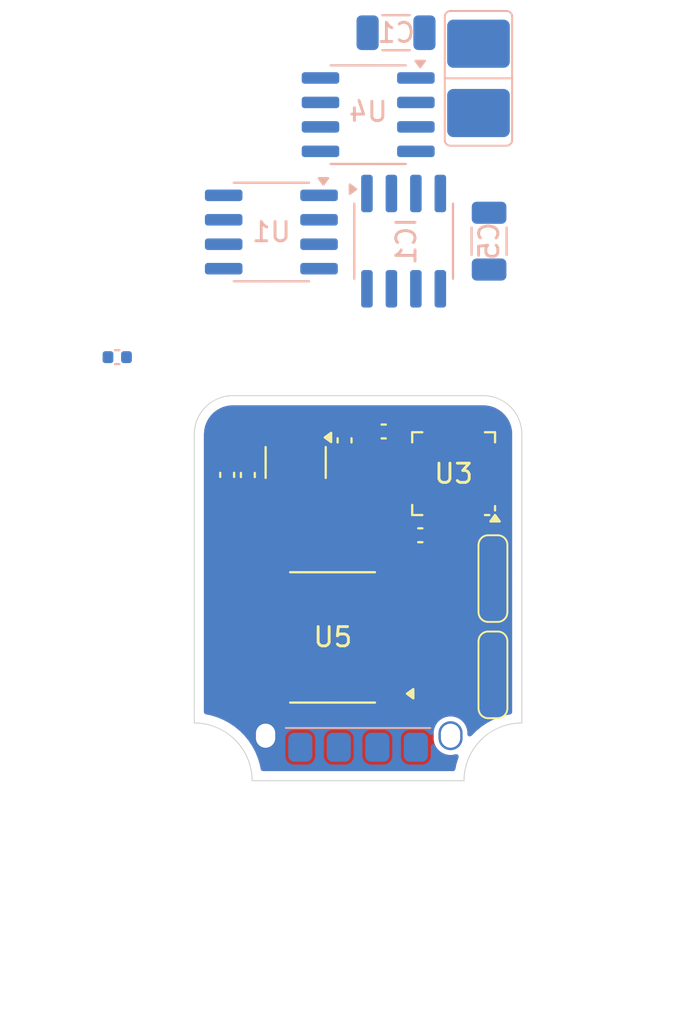
<source format=kicad_pcb>
(kicad_pcb (version 20240108) (generator "pcbnew") (generator_version "8.0")
  (layers (0 "F.Cu" signal) (31 "B.Cu" signal) (34 "B.Paste" user) (35 "F.Paste" user) (36 "B.SilkS" user "B.Silkscreen") (37 "F.SilkS" user "F.Silkscreen") (38 "B.Mask" user) (39 "F.Mask" user) (44 "Edge.Cuts" user))
  (net 0 "")
  (net 1 "GND")
  (net 3 "/INA")
  (net 4 "Net-(IC1-OUTB)")
  (net 5 "/INB")
  (net 6 "Net-(IC1-OUTA)")
  (net 8 "/SCL")
  (net 9 "/SDA")
  (net 10 "/SCK")
  (net 11 "/MISO")
  (net 14 "+3.3V")
  (net 15 "/CS")
  (net 16 "Net-(U4-FILTER)")
  (net 17 "Net-(IC1-VDD)")
  (net 18 "VCC")
  (net 19 "/ASEN")
  (net 20 "Net-(U2-BYP)")
  (net 21 "Net-(U2-INH)")
  (net 22 "/BSEN")
  (net 23 "/CSEN")
  (net 27 "/MOSI")
  (net 32 "Net-(U3-REGOUT)")
  (net 33 "Net-(U3-CPOUT)")
  (net 37 "/INT")
  (net 38 "/AUX_CL")
  (net 40 "/AUX_DA")
  (footprint "Package_SO:TSSOP-20_4.4x6.5mm_P0.65mm" (layer "F.Cu") (at 150.1775 101.555 180)
    (property "Reference" "U5" (at -0.0125 0.015 180) (layer "F.SilkS"))
    (property "Value" "ATtiny861A-X")
    (fp_line (start 0 3.385) (end 2.2 3.385) (stroke (width 0.12)) (layer "F.SilkS"))
    (fp_line (start 0 3.385) (end -2.2 3.385) (stroke (width 0.12)) (layer "F.SilkS"))
    (fp_line (start 0 -3.385) (end 2.2 -3.385) (stroke (width 0.12)) (layer "F.SilkS"))
    (fp_line (start 0 -3.385) (end -2.2 -3.385) (stroke (width 0.12)) (layer "F.SilkS"))
    (fp_poly (pts (xy -3.86 -2.925) (xy -4.19 -3.165) (xy -4.19 -2.685) (xy -3.86 -2.925)) (stroke (width 0.12)) (fill solid) (layer "F.SilkS"))
    (pad "1" smd roundrect (at -2.8625 -2.925 180) (size 1.475 0.4) (layers "F.Cu" "F.Paste" "F.Mask") (net 8 "/SCL"))
    (pad "2" smd roundrect (at -2.8625 -2.275 180) (size 1.475 0.4) (layers "F.Cu" "F.Paste" "F.Mask") (net 9 "/SDA"))
    (pad "3" smd roundrect (at -2.8625 -1.625 180) (size 1.475 0.4) (layers "F.Cu" "F.Paste" "F.Mask") (net 3 "/INA"))
    (pad "4" smd roundrect (at -2.8625 -0.975 180) (size 1.475 0.4) (layers "F.Cu" "F.Paste" "F.Mask") (net 5 "/INB"))
    (pad "5" smd roundrect (at -2.8625 -0.325 180) (size 1.475 0.4) (layers "F.Cu" "F.Paste" "F.Mask") (net 14 "+3.3V"))
    (pad "6" smd roundrect (at -2.8625 0.325 180) (size 1.475 0.4) (layers "F.Cu" "F.Paste" "F.Mask") (net 1 "GND"))
    (pad "7" smd roundrect (at -2.8625 0.975 180) (size 1.475 0.4) (layers "F.Cu" "F.Paste" "F.Mask") (net 19 "/ASEN"))
    (pad "8" smd roundrect (at -2.8625 1.625 180) (size 1.475 0.4) (layers "F.Cu" "F.Paste" "F.Mask") (net 23 "/CSEN"))
    (pad "9" smd roundrect (at -2.8625 2.275 180) (size 1.475 0.4) (layers "F.Cu" "F.Paste" "F.Mask") (net 22 "/BSEN"))
    (pad "10" smd roundrect (at -2.8625 2.925 180) (size 1.475 0.4) (layers "F.Cu" "F.Paste" "F.Mask"))
    (pad "11" smd roundrect (at 2.8625 2.925 180) (size 1.475 0.4) (layers "F.Cu" "F.Paste" "F.Mask"))
    (pad "12" smd roundrect (at 2.8625 2.275 180) (size 1.475 0.4) (layers "F.Cu" "F.Paste" "F.Mask"))
    (pad "13" smd roundrect (at 2.8625 1.625 180) (size 1.475 0.4) (layers "F.Cu" "F.Paste" "F.Mask"))
    (pad "14" smd roundrect (at 2.8625 0.975 180) (size 1.475 0.4) (layers "F.Cu" "F.Paste" "F.Mask") (net 15 "/CS"))
    (pad "15" smd roundrect (at 2.8625 0.325 180) (size 1.475 0.4) (layers "F.Cu" "F.Paste" "F.Mask"))
    (pad "16" smd roundrect (at 2.8625 -0.325 180) (size 1.475 0.4) (layers "F.Cu" "F.Paste" "F.Mask"))
    (pad "17" smd roundrect (at 2.8625 -0.975 180) (size 1.475 0.4) (layers "F.Cu" "F.Paste" "F.Mask") (net 10 "/SCK"))
    (pad "18" smd roundrect (at 2.8625 -1.625 180) (size 1.475 0.4) (layers "F.Cu" "F.Paste" "F.Mask") (net 11 "/MISO"))
    (pad "19" smd roundrect (at 2.8625 -2.275 180) (size 1.475 0.4) (layers "F.Cu" "F.Paste" "F.Mask") (net 27 "/MOSI"))
    (pad "20" smd roundrect (at 2.8625 -2.925 180) (size 1.475 0.4) (layers "F.Cu" "F.Paste" "F.Mask"))
  )
  (footprint "Capacitor_SMD:C_0402_1005Metric" (layer "F.Cu") (at 154.73 96.25 180)
    (property "Reference" "C8" (hide yes))
    (property "Value" "220pF" (hide yes))
    (fp_line (start -0.107836 0.36) (end 0.107836 0.36) (stroke (width 0.12)) (layer "F.SilkS"))
    (fp_line (start -0.107836 -0.36) (end 0.107836 -0.36) (stroke (width 0.12)) (layer "F.SilkS"))
    (pad "1" smd roundrect (at -0.48 0 180) (size 0.56 0.62) (layers "F.Cu" "F.Paste" "F.Mask") (net 33 "Net-(U3-CPOUT)"))
    (pad "2" smd roundrect (at 0.48 0 180) (size 0.56 0.62) (layers "F.Cu" "F.Paste" "F.Mask") (net 1 "GND"))
  )
  (footprint "Connector_MG_X:Connector_Sensor_Signal" (layer "F.Cu") (at 158.5 98.5 -90)
    (property "Reference" "J2" (hide yes))
    (property "Value" "Conn_01x03" (hide yes))
    (fp_line (start -1.75 0.75) (end 1.749999 0.75) (stroke (width 0.1)) (layer "F.SilkS"))
    (fp_line (start 2.25 -0.246447) (end 2.249999 0.246447) (stroke (width 0.1)) (layer "F.SilkS"))
    (fp_line (start -2.25 -0.25) (end -2.25 0.246447) (stroke (width 0.1)) (layer "F.SilkS"))
    (fp_line (start 1.749999 -0.75) (end -1.75 -0.75) (stroke (width 0.1)) (layer "F.SilkS"))
    (fp_arc (start -1.75 0.746447) (mid -2.103553 0.6) (end -2.25 0.246447) (stroke (width 0.1)) (layer "F.SilkS"))
    (fp_arc (start 2.249999 0.246447) (mid 2.103553 0.600002) (end 1.749999 0.746447) (stroke (width 0.1)) (layer "F.SilkS"))
    (fp_arc (start -2.25 -0.25) (mid -2.103553 -0.603553) (end -1.75 -0.75) (stroke (width 0.1)) (layer "F.SilkS"))
    (fp_arc (start 1.75 -0.746447) (mid 2.103562 -0.600007) (end 2.25 -0.246447) (stroke (width 0.1)) (layer "F.SilkS"))
    (pad "1" smd roundrect (at -1.5 0 270) (size 0.75 1.25) (layers "F.Cu" "F.Paste" "F.Mask") (net 14 "+3.3V"))
    (pad "2" smd roundrect (at 0 0 270) (size 0.75 1.25) (layers "F.Cu" "F.Paste" "F.Mask") (net 22 "/BSEN"))
    (pad "3" smd roundrect (at 1.5 0 270) (size 0.75 1.25) (layers "F.Cu" "F.Paste" "F.Mask") (net 1 "GND"))
  )
  (footprint "Connector_MG_X:Connector_Sensor_Signal" (layer "F.Cu") (at 158.5 103.5 -90)
    (property "Reference" "J3" (hide yes))
    (property "Value" "Conn_01x03" (hide yes))
    (fp_line (start -1.75 0.75) (end 1.749999 0.75) (stroke (width 0.1)) (layer "F.SilkS"))
    (fp_line (start 2.25 -0.246447) (end 2.249999 0.246447) (stroke (width 0.1)) (layer "F.SilkS"))
    (fp_line (start -2.25 -0.25) (end -2.25 0.246447) (stroke (width 0.1)) (layer "F.SilkS"))
    (fp_line (start 1.749999 -0.75) (end -1.75 -0.75) (stroke (width 0.1)) (layer "F.SilkS"))
    (fp_arc (start -1.75 0.746447) (mid -2.103553 0.6) (end -2.25 0.246447) (stroke (width 0.1)) (layer "F.SilkS"))
    (fp_arc (start 2.249999 0.246447) (mid 2.103553 0.600002) (end 1.749999 0.746447) (stroke (width 0.1)) (layer "F.SilkS"))
    (fp_arc (start -2.25 -0.25) (mid -2.103553 -0.603553) (end -1.75 -0.75) (stroke (width 0.1)) (layer "F.SilkS"))
    (fp_arc (start 1.75 -0.746447) (mid 2.103562 -0.600007) (end 2.25 -0.246447) (stroke (width 0.1)) (layer "F.SilkS"))
    (pad "1" smd roundrect (at -1.5 0 270) (size 0.75 1.25) (layers "F.Cu" "F.Paste" "F.Mask") (net 14 "+3.3V"))
    (pad "2" smd roundrect (at 0 0 270) (size 0.75 1.25) (layers "F.Cu" "F.Paste" "F.Mask") (net 23 "/CSEN"))
    (pad "3" smd roundrect (at 1.5 0 270) (size 0.75 1.25) (layers "F.Cu" "F.Paste" "F.Mask") (net 1 "GND"))
  )
  (footprint "Capacitor_SMD:C_0402_1005Metric" (layer "F.Cu") (at 150.8 91.32 90)
    (property "Reference" "C3" (hide yes))
    (property "Value" "1uF" (hide yes))
    (fp_line (start -0.107836 -0.36) (end 0.107836 -0.36) (stroke (width 0.12)) (layer "F.SilkS"))
    (fp_line (start -0.107836 0.36) (end 0.107836 0.36) (stroke (width 0.12)) (layer "F.SilkS"))
    (pad "1" smd roundrect (at -0.48 0 90) (size 0.56 0.62) (layers "F.Cu" "F.Paste" "F.Mask") (net 14 "+3.3V"))
    (pad "2" smd roundrect (at 0.48 0 90) (size 0.56 0.62) (layers "F.Cu" "F.Paste" "F.Mask") (net 1 "GND"))
  )
  (footprint "Capacitor_SMD:C_0402_1005Metric" (layer "F.Cu") (at 144.705753 93.113467 -90)
    (property "Reference" "C6" (hide yes))
    (property "Value" "100nF" (hide yes))
    (fp_line (start -0.107836 0.36) (end 0.107836 0.36) (stroke (width 0.12)) (layer "F.SilkS"))
    (fp_line (start -0.107836 -0.36) (end 0.107836 -0.36) (stroke (width 0.12)) (layer "F.SilkS"))
    (pad "1" smd roundrect (at -0.48 0 270) (size 0.56 0.62) (layers "F.Cu" "F.Paste" "F.Mask") (net 21 "Net-(U2-INH)"))
    (pad "2" smd roundrect (at 0.48 0 270) (size 0.56 0.62) (layers "F.Cu" "F.Paste" "F.Mask") (net 1 "GND"))
  )
  (footprint "Package_TO_SOT_SMD:TSOT-23-5" (layer "F.Cu") (at 148.2625 92.47 -90)
    (property "Reference" "U2" (hide yes))
    (property "Value" "LD3985G18R_TSOT23" (hide yes))
    (fp_line (start 0 1.56) (end -0.8 1.56) (stroke (width 0.12)) (layer "F.SilkS"))
    (fp_line (start 0 1.56) (end 0.8 1.56) (stroke (width 0.12)) (layer "F.SilkS"))
    (fp_line (start 0 -1.56) (end -0.8 -1.56) (stroke (width 0.12)) (layer "F.SilkS"))
    (fp_line (start 0 -1.56) (end 0.8 -1.56) (stroke (width 0.12)) (layer "F.SilkS"))
    (fp_poly (pts (xy -1.3 -1.51) (xy -1.54 -1.84) (xy -1.06 -1.84) (xy -1.3 -1.51)) (stroke (width 0.12)) (fill solid) (layer "F.SilkS"))
    (pad "1" smd roundrect (at -1.1375 -0.95 270) (size 1.325 0.6) (layers "F.Cu" "F.Paste" "F.Mask") (net 18 "VCC"))
    (pad "2" smd roundrect (at -1.1375 0 270) (size 1.325 0.6) (layers "F.Cu" "F.Paste" "F.Mask") (net 1 "GND"))
    (pad "3" smd roundrect (at -1.1375 0.95 270) (size 1.325 0.6) (layers "F.Cu" "F.Paste" "F.Mask") (net 21 "Net-(U2-INH)"))
    (pad "4" smd roundrect (at 1.1375 0.95 270) (size 1.325 0.6) (layers "F.Cu" "F.Paste" "F.Mask") (net 20 "Net-(U2-BYP)"))
    (pad "5" smd roundrect (at 1.1375 -0.95 270) (size 1.325 0.6) (layers "F.Cu" "F.Paste" "F.Mask") (net 14 "+3.3V"))
  )
  (footprint "Sensor_Motion:InvenSense_QFN-24_4x4mm_P0.5mm" (layer "F.Cu") (at 156.46 93.05 180)
    (property "Reference" "U3" (at 0 0 180) (layer "F.SilkS"))
    (property "Value" "MPU-6050")
    (fp_line (start 2.15 2.15) (end 2.15 1.625) (stroke (width 0.12)) (layer "F.SilkS"))
    (fp_line (start 2.15 2.15) (end 1.625 2.15) (stroke (width 0.12)) (layer "F.SilkS"))
    (fp_line (start 2.15 -2.15) (end 2.15 -1.625) (stroke (width 0.12)) (layer "F.SilkS"))
    (fp_line (start 2.15 -2.15) (end 1.625 -2.15) (stroke (width 0.12)) (layer "F.SilkS"))
    (fp_line (start -1.625 -2.15) (end -1.85 -2.15) (stroke (width 0.12)) (layer "F.SilkS"))
    (fp_line (start -2.15 2.15) (end -1.625 2.15) (stroke (width 0.12)) (layer "F.SilkS"))
    (fp_line (start -2.15 2.15) (end -2.15 1.625) (stroke (width 0.12)) (layer "F.SilkS"))
    (fp_line (start -2.15 -1.685) (end -2.15 -1.91) (stroke (width 0.12)) (layer "F.SilkS"))
    (fp_poly (pts (xy -2.15 -2.15) (xy -2.39 -2.48) (xy -1.91 -2.48) (xy -2.15 -2.15)) (stroke (width 0.12)) (fill solid) (layer "F.SilkS"))
    (pad "1" smd roundrect (at -1.95 -1.25 180) (size 0.85 0.3) (layers "F.Cu" "F.Paste" "F.Mask") (net 1 "GND"))
    (pad "2" smd roundrect (at -1.95 -0.75 180) (size 0.85 0.3) (layers "F.Cu" "F.Paste" "F.Mask"))
    (pad "3" smd roundrect (at -1.95 -0.25 180) (size 0.85 0.3) (layers "F.Cu" "F.Paste" "F.Mask"))
    (pad "4" smd roundrect (at -1.95 0.25 180) (size 0.85 0.3) (layers "F.Cu" "F.Paste" "F.Mask"))
    (pad "5" smd roundrect (at -1.95 0.75 180) (size 0.85 0.3) (layers "F.Cu" "F.Paste" "F.Mask"))
    (pad "6" smd roundrect (at -1.95 1.25 180) (size 0.85 0.3) (layers "F.Cu" "F.Paste" "F.Mask") (net 40 "/AUX_DA"))
    (pad "7" smd roundrect (at -1.25 1.95 270) (size 0.85 0.3) (layers "F.Cu" "F.Paste" "F.Mask") (net 38 "/AUX_CL"))
    (pad "8" smd roundrect (at -0.75 1.95 270) (size 0.85 0.3) (layers "F.Cu" "F.Paste" "F.Mask") (net 14 "+3.3V"))
    (pad "9" smd roundrect (at -0.25 1.95 270) (size 0.85 0.3) (layers "F.Cu" "F.Paste" "F.Mask"))
    (pad "10" smd roundrect (at 0.25 1.95 270) (size 0.85 0.3) (layers "F.Cu" "F.Paste" "F.Mask") (net 32 "Net-(U3-REGOUT)"))
    (pad "11" smd roundrect (at 0.75 1.95 270) (size 0.85 0.3) (layers "F.Cu" "F.Paste" "F.Mask") (net 1 "GND"))
    (pad "12" smd roundrect (at 1.25 1.95 270) (size 0.85 0.3) (layers "F.Cu" "F.Paste" "F.Mask") (net 37 "/INT"))
    (pad "13" smd roundrect (at 1.95 1.25 180) (size 0.85 0.3) (layers "F.Cu" "F.Paste" "F.Mask") (net 14 "+3.3V"))
    (pad "14" smd roundrect (at 1.95 0.75 180) (size 0.85 0.3) (layers "F.Cu" "F.Paste" "F.Mask"))
    (pad "15" smd roundrect (at 1.95 0.25 180) (size 0.85 0.3) (layers "F.Cu" "F.Paste" "F.Mask"))
    (pad "16" smd roundrect (at 1.95 -0.25 180) (size 0.85 0.3) (layers "F.Cu" "F.Paste" "F.Mask"))
    (pad "17" smd roundrect (at 1.95 -0.75 180) (size 0.85 0.3) (layers "F.Cu" "F.Paste" "F.Mask"))
    (pad "18" smd roundrect (at 1.95 -1.25 180) (size 0.85 0.3) (layers "F.Cu" "F.Paste" "F.Mask") (net 1 "GND"))
    (pad "19" smd roundrect (at 1.25 -1.95 270) (size 0.85 0.3) (layers "F.Cu" "F.Paste" "F.Mask"))
    (pad "20" smd roundrect (at 0.75 -1.95 270) (size 0.85 0.3) (layers "F.Cu" "F.Paste" "F.Mask") (net 33 "Net-(U3-CPOUT)"))
    (pad "21" smd roundrect (at 0.25 -1.95 270) (size 0.85 0.3) (layers "F.Cu" "F.Paste" "F.Mask"))
    (pad "22" smd roundrect (at -0.25 -1.95 270) (size 0.85 0.3) (layers "F.Cu" "F.Paste" "F.Mask"))
    (pad "23" smd roundrect (at -0.75 -1.95 270) (size 0.85 0.3) (layers "F.Cu" "F.Paste" "F.Mask") (net 8 "/SCL"))
    (pad "24" smd roundrect (at -1.25 -1.95 270) (size 0.85 0.3) (layers "F.Cu" "F.Paste" "F.Mask") (net 9 "/SDA"))
    (zone (net 0) (net_name "") (layer "F.Cu") (connect_pads (clearance 0)) (min_thickness 0.254)
      (keepout (tracks not_allowed) (vias not_allowed) (pads not_allowed) (copperpour not_allowed) (footprints allowed))
      (fill (thermal_gap 0.508) (thermal_bridge_width 0.508))
      (polygon (pts (xy 157.835 94.375) (xy 155.085 94.375) (xy 155.085 91.725) (xy 157.835 91.725)))
    )
  )
  (footprint "Capacitor_SMD:C_0402_1005Metric" (layer "F.Cu") (at 145.780002 93.12 90)
    (property "Reference" "C4" (hide yes))
    (property "Value" "100nF" (hide yes))
    (fp_line (start -0.107836 -0.36) (end 0.107836 -0.36) (stroke (width 0.12)) (layer "F.SilkS"))
    (fp_line (start -0.107836 0.36) (end 0.107836 0.36) (stroke (width 0.12)) (layer "F.SilkS"))
    (pad "1" smd roundrect (at -0.48 0 90) (size 0.56 0.62) (layers "F.Cu" "F.Paste" "F.Mask") (net 20 "Net-(U2-BYP)"))
    (pad "2" smd roundrect (at 0.48 0 90) (size 0.56 0.62) (layers "F.Cu" "F.Paste" "F.Mask") (net 1 "GND"))
  )
  (footprint "Capacitor_SMD:C_0402_1005Metric" (layer "F.Cu") (at 152.83 90.86 180)
    (property "Reference" "C7" (hide yes))
    (property "Value" "100nF" (hide yes))
    (fp_line (start -0.107836 0.36) (end 0.107836 0.36) (stroke (width 0.12)) (layer "F.SilkS"))
    (fp_line (start -0.107836 -0.36) (end 0.107836 -0.36) (stroke (width 0.12)) (layer "F.SilkS"))
    (pad "1" smd roundrect (at -0.48 0 180) (size 0.56 0.62) (layers "F.Cu" "F.Paste" "F.Mask") (net 32 "Net-(U3-REGOUT)"))
    (pad "2" smd roundrect (at 0.48 0 180) (size 0.56 0.62) (layers "F.Cu" "F.Paste" "F.Mask") (net 1 "GND"))
  )
  (footprint "Capacitor_SMD:C_0402_1005Metric" (layer "B.Cu") (at 139 87 180)
    (property "Reference" "C2" (hide yes))
    (property "Value" "1uF" (hide yes))
    (fp_line (start 0.107836 0.36) (end -0.107836 0.36) (stroke (width 0.12)) (layer "B.SilkS"))
    (fp_line (start 0.107836 -0.36) (end -0.107836 -0.36) (stroke (width 0.12)) (layer "B.SilkS"))
    (pad "1" smd roundrect (at -0.48 0 180) (size 0.56 0.62) (layers "B.Cu" "B.Paste" "B.Mask") (net 18 "VCC"))
    (pad "2" smd roundrect (at 0.48 0 180) (size 0.56 0.62) (layers "B.Cu" "B.Paste" "B.Mask") (net 1 "GND"))
  )
  (footprint "Connector_MG_X:Connector_Motor_DC" (layer "B.Cu") (at 157.75 72.52 90)
    (property "Reference" "J1" (hide yes))
    (property "Value" "Conn_01x02" (hide yes))
    (fp_line (start -3.197868 -1.752132) (end 3.2 -1.75) (stroke (width 0.1)) (layer "B.SilkS"))
    (fp_line (start -3.497868 -1.502132) (end -3.497868 1.447868) (stroke (width 0.1)) (layer "B.SilkS"))
    (fp_line (start 3.5 -1.5) (end 3.5 1.45) (stroke (width 0.1)) (layer "B.SilkS"))
    (fp_line (start 0.001066 1.748934) (end 0.001066 -1.751066) (stroke (width 0.1)) (layer "B.SilkS"))
    (fp_line (start 3.2 1.75) (end -3.197868 1.747868) (stroke (width 0.1)) (layer "B.SilkS"))
    (fp_arc (start 3.2 -1.75) (mid 3.412132 -1.662132) (end 3.5 -1.45) (stroke (width 0.1)) (layer "B.SilkS"))
    (fp_arc (start -3.497868 -1.452132) (mid -3.41 -1.664264) (end -3.197868 -1.752132) (stroke (width 0.1)) (layer "B.SilkS"))
    (fp_arc (start 3.5 1.45) (mid 3.412132 1.662132) (end 3.2 1.75) (stroke (width 0.1)) (layer "B.SilkS"))
    (fp_arc (start -3.197868 1.747868) (mid -3.41 1.66) (end -3.497868 1.447868) (stroke (width 0.1)) (layer "B.SilkS"))
    (pad "1" smd roundrect (at -1.8 0 90) (size 2.5 3.25) (layers "B.Cu" "B.Paste" "B.Mask") (roundrect_rratio 0.125) (net 6 "Net-(IC1-OUTA)"))
    (pad "2" smd roundrect (at 1.8 0 90) (size 2.5 3.25) (layers "B.Cu" "B.Paste" "B.Mask") (roundrect_rratio 0.125) (net 4 "Net-(IC1-OUTB)"))
  )
  (footprint "Capacitor_SMD:C_1206_3216Metric" (layer "B.Cu") (at 153.47 70.15)
    (property "Reference" "C1" (at 0 0 0) (layer "B.SilkS") (effects (justify mirror)))
    (property "Value" "1nF" (hide yes))
    (fp_line (start 0.711252 -0.91) (end -0.711252 -0.91) (stroke (width 0.12)) (layer "B.SilkS"))
    (fp_line (start 0.711252 0.91) (end -0.711252 0.91) (stroke (width 0.12)) (layer "B.SilkS"))
    (pad "1" smd roundrect (at -1.475 0) (size 1.15 1.8) (layers "B.Cu" "B.Paste" "B.Mask") (roundrect_rratio 0.217391) (net 16 "Net-(U4-FILTER)"))
    (pad "2" smd roundrect (at 1.475 0) (size 1.15 1.8) (layers "B.Cu" "B.Paste" "B.Mask") (roundrect_rratio 0.217391) (net 1 "GND"))
  )
  (footprint "Package_SO:SOIC-8_3.9x4.9mm_P1.27mm" (layer "B.Cu") (at 147 80.5 180)
    (property "Reference" "U1" (at 0 0 180) (layer "B.SilkS") (effects (justify mirror)))
    (property "Value" "X9C104P")
    (fp_line (start 1.95 2.56) (end 0 2.56) (stroke (width 0.12)) (layer "B.SilkS"))
    (fp_line (start 1.95 -2.56) (end 0 -2.56) (stroke (width 0.12)) (layer "B.SilkS"))
    (fp_line (start -1.95 2.56) (end 0 2.56) (stroke (width 0.12)) (layer "B.SilkS"))
    (fp_line (start -1.95 -2.56) (end 0 -2.56) (stroke (width 0.12)) (layer "B.SilkS"))
    (fp_poly (pts (xy -2.7 2.465) (xy -2.94 2.795) (xy -2.46 2.795) (xy -2.7 2.465)) (stroke (width 0.12)) (fill solid) (layer "B.SilkS"))
    (pad "1" smd roundrect (at -2.475 1.905 180) (size 1.95 0.6) (layers "B.Cu" "B.Paste" "B.Mask"))
    (pad "2" smd roundrect (at -2.475 0.635 180) (size 1.95 0.6) (layers "B.Cu" "B.Paste" "B.Mask"))
    (pad "3" smd roundrect (at -2.475 -0.635 180) (size 1.95 0.6) (layers "B.Cu" "B.Paste" "B.Mask"))
    (pad "4" smd roundrect (at -2.475 -1.905 180) (size 1.95 0.6) (layers "B.Cu" "B.Paste" "B.Mask"))
    (pad "5" smd roundrect (at 2.475 -1.905 180) (size 1.95 0.6) (layers "B.Cu" "B.Paste" "B.Mask"))
    (pad "6" smd roundrect (at 2.475 -0.635 180) (size 1.95 0.6) (layers "B.Cu" "B.Paste" "B.Mask"))
    (pad "7" smd roundrect (at 2.475 0.635 180) (size 1.95 0.6) (layers "B.Cu" "B.Paste" "B.Mask"))
    (pad "8" smd roundrect (at 2.475 1.905 180) (size 1.95 0.6) (layers "B.Cu" "B.Paste" "B.Mask"))
  )
  (footprint "Connector_MG_X:Connector_User_Interface" (layer "B.Cu") (at 151.5 107.26 180)
    (property "Reference" "J4" (hide yes))
    (property "Value" "Conn_01x06" (hide yes))
    (fp_line (start 3.75 1) (end -3.75 1) (stroke (width 0.1)) (layer "B.SilkS"))
    (pad "1" thru_hole oval (at -4.8 0.6 180) (size 1.25 1.5) (drill oval 1 1.25) (layers "*.Cu" "*.Mask") (net 18 "VCC"))
    (pad "2" smd roundrect (at -3 0 180) (size 1.25 1.5) (layers "B.Cu" "B.Paste" "B.Mask") (net 27 "/MOSI"))
    (pad "3" smd roundrect (at -1 0 180) (size 1.25 1.5) (layers "B.Cu" "B.Paste" "B.Mask") (net 11 "/MISO"))
    (pad "4" smd roundrect (at 1 0 180) (size 1.25 1.5) (layers "B.Cu" "B.Paste" "B.Mask") (net 10 "/SCK"))
    (pad "5" smd roundrect (at 3 0 180) (size 1.25 1.5) (layers "B.Cu" "B.Paste" "B.Mask") (net 15 "/CS"))
    (pad "6" thru_hole oval (at 4.8 0.6 180) (size 1.25 1.5) (drill oval 1 1.25) (layers "*.Cu" "*.Mask") (net 1 "GND"))
  )
  (footprint "Capacitor_SMD:C_1206_3216Metric" (layer "B.Cu") (at 158.3 80.975 90)
    (property "Reference" "C5" (at 0 0 -90) (layer "B.SilkS") (effects (justify mirror)))
    (property "Value" "104pF" (hide yes))
    (fp_line (start 0.711252 -0.91) (end -0.711252 -0.91) (stroke (width 0.12)) (layer "B.SilkS"))
    (fp_line (start 0.711252 0.91) (end -0.711252 0.91) (stroke (width 0.12)) (layer "B.SilkS"))
    (pad "1" smd roundrect (at -1.475 0 90) (size 1.15 1.8) (layers "B.Cu" "B.Paste" "B.Mask") (roundrect_rratio 0.217391) (net 6 "Net-(IC1-OUTA)"))
    (pad "2" smd roundrect (at 1.475 0 90) (size 1.15 1.8) (layers "B.Cu" "B.Paste" "B.Mask") (roundrect_rratio 0.217391) (net 4 "Net-(IC1-OUTB)"))
  )
  (footprint "Package_SO:SOIC-8_3.9x4.9mm_P1.27mm" (layer "B.Cu") (at 152.025 74.405 180)
    (property "Reference" "U4" (at 0 0.15 180) (layer "B.SilkS") (effects (justify mirror)))
    (property "Value" "ACS712xLCTR-05B" (hide yes))
    (fp_line (start 1.95 2.56) (end 0 2.56) (stroke (width 0.12)) (layer "B.SilkS"))
    (fp_line (start 1.95 -2.56) (end 0 -2.56) (stroke (width 0.12)) (layer "B.SilkS"))
    (fp_line (start -1.95 2.56) (end 0 2.56) (stroke (width 0.12)) (layer "B.SilkS"))
    (fp_line (start -1.95 -2.56) (end 0 -2.56) (stroke (width 0.12)) (layer "B.SilkS"))
    (fp_poly (pts (xy -2.7 2.465) (xy -2.94 2.795) (xy -2.46 2.795) (xy -2.7 2.465)) (stroke (width 0.12)) (fill solid) (layer "B.SilkS"))
    (pad "1" smd roundrect (at -2.475 1.905 180) (size 1.95 0.6) (layers "B.Cu" "B.Paste" "B.Mask") (net 18 "VCC"))
    (pad "2" smd roundrect (at -2.475 0.635 180) (size 1.95 0.6) (layers "B.Cu" "B.Paste" "B.Mask") (net 18 "VCC"))
    (pad "3" smd roundrect (at -2.475 -0.635 180) (size 1.95 0.6) (layers "B.Cu" "B.Paste" "B.Mask") (net 17 "Net-(IC1-VDD)"))
    (pad "4" smd roundrect (at -2.475 -1.905 180) (size 1.95 0.6) (layers "B.Cu" "B.Paste" "B.Mask") (net 17 "Net-(IC1-VDD)"))
    (pad "5" smd roundrect (at 2.475 -1.905 180) (size 1.95 0.6) (layers "B.Cu" "B.Paste" "B.Mask") (net 1 "GND"))
    (pad "6" smd roundrect (at 2.475 -0.635 180) (size 1.95 0.6) (layers "B.Cu" "B.Paste" "B.Mask") (net 16 "Net-(U4-FILTER)"))
    (pad "7" smd roundrect (at 2.475 0.635 180) (size 1.95 0.6) (layers "B.Cu" "B.Paste" "B.Mask") (net 19 "/ASEN"))
    (pad "8" smd roundrect (at 2.475 1.905 180) (size 1.95 0.6) (layers "B.Cu" "B.Paste" "B.Mask") (net 14 "+3.3V"))
  )
  (footprint "Package_SO:SOIC-8_3.9x4.9mm_P1.27mm" (layer "B.Cu") (at 153.865 80.975 -90)
    (property "Reference" "IC1" (at 0 -0.135 90) (layer "B.SilkS") (effects (justify mirror)))
    (property "Value" "TC118S")
    (fp_line (start -1.95 2.56) (end 0 2.56) (stroke (width 0.12)) (layer "B.SilkS"))
    (fp_line (start 1.95 2.56) (end 0 2.56) (stroke (width 0.12)) (layer "B.SilkS"))
    (fp_line (start -1.95 -2.56) (end 0 -2.56) (stroke (width 0.12)) (layer "B.SilkS"))
    (fp_line (start 1.95 -2.56) (end 0 -2.56) (stroke (width 0.12)) (layer "B.SilkS"))
    (fp_poly (pts (xy -2.7 2.465) (xy -2.94 2.795) (xy -2.46 2.795) (xy -2.7 2.465)) (stroke (width 0.12)) (fill solid) (layer "B.SilkS"))
    (pad "1" smd roundrect (at -2.475 1.905 270) (size 1.95 0.6) (layers "B.Cu" "B.Paste" "B.Mask"))
    (pad "2" smd roundrect (at -2.475 0.635 270) (size 1.95 0.6) (layers "B.Cu" "B.Paste" "B.Mask") (net 3 "/INA"))
    (pad "3" smd roundrect (at -2.475 -0.635 270) (size 1.95 0.6) (layers "B.Cu" "B.Paste" "B.Mask") (net 5 "/INB"))
    (pad "4" smd roundrect (at -2.475 -1.905 270) (size 1.95 0.6) (layers "B.Cu" "B.Paste" "B.Mask") (net 17 "Net-(IC1-VDD)"))
    (pad "5" smd roundrect (at 2.475 -1.905 270) (size 1.95 0.6) (layers "B.Cu" "B.Paste" "B.Mask") (net 4 "Net-(IC1-OUTB)"))
    (pad "6" smd roundrect (at 2.475 -0.635 270) (size 1.95 0.6) (layers "B.Cu" "B.Paste" "B.Mask") (net 1 "GND"))
    (pad "7" smd roundrect (at 2.475 0.635 270) (size 1.95 0.6) (layers "B.Cu" "B.Paste" "B.Mask") (net 1 "GND"))
    (pad "8" smd roundrect (at 2.475 1.905 270) (size 1.95 0.6) (layers "B.Cu" "B.Paste" "B.Mask") (net 6 "Net-(IC1-OUTA)"))
  )
  (gr_line (start 143 91) (end 143 106) (stroke (width 0.05)) (layer "Edge.Cuts"))
  (gr_arc (start 143 91) (mid 143.585786 89.585786) (end 145 89) (stroke (width 0.05)) (layer "Edge.Cuts"))
  (gr_line (start 160 106) (end 160 91) (stroke (width 0.05)) (layer "Edge.Cuts"))
  (gr_line (start 146 109) (end 157 109) (stroke (width 0.05)) (layer "Edge.Cuts"))
  (gr_arc (start 157 109) (mid 157.87868 106.87868) (end 160 106) (stroke (width 0.05)) (layer "Edge.Cuts"))
  (gr_arc (start 143 106) (mid 145.12132 106.87868) (end 146 109) (stroke (width 0.05)) (layer "Edge.Cuts"))
  (gr_line (start 158 89) (end 145 89) (stroke (width 0.05)) (layer "Edge.Cuts"))
  (gr_arc (start 158 89) (mid 159.414214 89.585786) (end 160 91) (stroke (width 0.05)) (layer "Edge.Cuts"))
  (zone (net 1) (net_name "GND") (layers "F&B.Cu") (connect_pads yes (clearance 0.15)) (min_thickness 0.25) (fill yes (thermal_gap 0.5) (thermal_bridge_width 0.5))
    (polygon (pts (xy 143 109) (xy 143 89) (xy 160 89) (xy 160 109)))
  )
)
</source>
